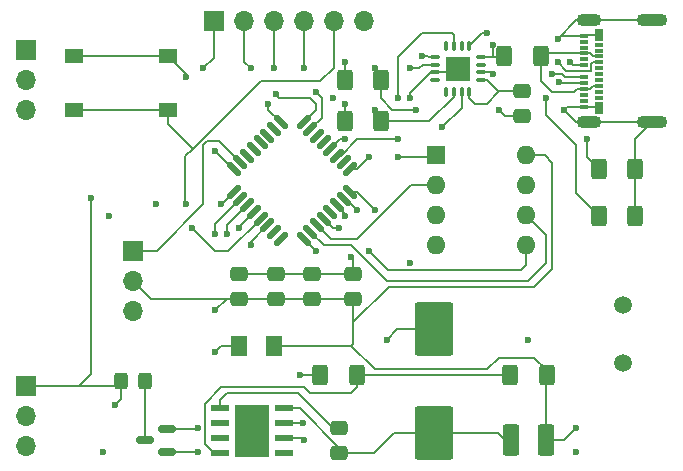
<source format=gbr>
%TF.GenerationSoftware,KiCad,Pcbnew,8.0.6*%
%TF.CreationDate,2025-05-31T11:47:02-05:00*%
%TF.ProjectId,TPS_Calibration_Board,5450535f-4361-46c6-9962-726174696f6e,rev?*%
%TF.SameCoordinates,Original*%
%TF.FileFunction,Copper,L1,Top*%
%TF.FilePolarity,Positive*%
%FSLAX46Y46*%
G04 Gerber Fmt 4.6, Leading zero omitted, Abs format (unit mm)*
G04 Created by KiCad (PCBNEW 8.0.6) date 2025-05-31 11:47:02*
%MOMM*%
%LPD*%
G01*
G04 APERTURE LIST*
G04 Aperture macros list*
%AMRoundRect*
0 Rectangle with rounded corners*
0 $1 Rounding radius*
0 $2 $3 $4 $5 $6 $7 $8 $9 X,Y pos of 4 corners*
0 Add a 4 corners polygon primitive as box body*
4,1,4,$2,$3,$4,$5,$6,$7,$8,$9,$2,$3,0*
0 Add four circle primitives for the rounded corners*
1,1,$1+$1,$2,$3*
1,1,$1+$1,$4,$5*
1,1,$1+$1,$6,$7*
1,1,$1+$1,$8,$9*
0 Add four rect primitives between the rounded corners*
20,1,$1+$1,$2,$3,$4,$5,0*
20,1,$1+$1,$4,$5,$6,$7,0*
20,1,$1+$1,$6,$7,$8,$9,0*
20,1,$1+$1,$8,$9,$2,$3,0*%
G04 Aperture macros list end*
%TA.AperFunction,ComponentPad*%
%ADD10R,1.600000X1.600000*%
%TD*%
%TA.AperFunction,ComponentPad*%
%ADD11O,1.600000X1.600000*%
%TD*%
%TA.AperFunction,ComponentPad*%
%ADD12C,1.500000*%
%TD*%
%TA.AperFunction,SMDPad,CuDef*%
%ADD13RoundRect,0.075000X-0.350000X-0.075000X0.350000X-0.075000X0.350000X0.075000X-0.350000X0.075000X0*%
%TD*%
%TA.AperFunction,SMDPad,CuDef*%
%ADD14RoundRect,0.075000X-0.075000X-0.350000X0.075000X-0.350000X0.075000X0.350000X-0.075000X0.350000X0*%
%TD*%
%TA.AperFunction,HeatsinkPad*%
%ADD15R,2.100000X2.100000*%
%TD*%
%TA.AperFunction,SMDPad,CuDef*%
%ADD16RoundRect,0.125000X-0.353553X-0.530330X0.530330X0.353553X0.353553X0.530330X-0.530330X-0.353553X0*%
%TD*%
%TA.AperFunction,SMDPad,CuDef*%
%ADD17RoundRect,0.125000X0.353553X-0.530330X0.530330X-0.353553X-0.353553X0.530330X-0.530330X0.353553X0*%
%TD*%
%TA.AperFunction,SMDPad,CuDef*%
%ADD18R,1.550000X1.300000*%
%TD*%
%TA.AperFunction,SMDPad,CuDef*%
%ADD19RoundRect,0.250000X-0.400000X-0.625000X0.400000X-0.625000X0.400000X0.625000X-0.400000X0.625000X0*%
%TD*%
%TA.AperFunction,SMDPad,CuDef*%
%ADD20RoundRect,0.250000X0.400000X0.625000X-0.400000X0.625000X-0.400000X-0.625000X0.400000X-0.625000X0*%
%TD*%
%TA.AperFunction,SMDPad,CuDef*%
%ADD21RoundRect,0.150000X0.587500X0.150000X-0.587500X0.150000X-0.587500X-0.150000X0.587500X-0.150000X0*%
%TD*%
%TA.AperFunction,ComponentPad*%
%ADD22O,2.600000X1.100000*%
%TD*%
%TA.AperFunction,ComponentPad*%
%ADD23O,2.100000X1.100000*%
%TD*%
%TA.AperFunction,SMDPad,CuDef*%
%ADD24R,0.700000X1.000000*%
%TD*%
%TA.AperFunction,SMDPad,CuDef*%
%ADD25R,0.700000X0.300000*%
%TD*%
%TA.AperFunction,SMDPad,CuDef*%
%ADD26RoundRect,0.250001X-0.462499X-1.074999X0.462499X-1.074999X0.462499X1.074999X-0.462499X1.074999X0*%
%TD*%
%TA.AperFunction,ComponentPad*%
%ADD27R,1.700000X1.700000*%
%TD*%
%TA.AperFunction,ComponentPad*%
%ADD28O,1.700000X1.700000*%
%TD*%
%TA.AperFunction,SMDPad,CuDef*%
%ADD29R,1.700000X1.700000*%
%TD*%
%TA.AperFunction,SMDPad,CuDef*%
%ADD30O,1.700000X1.700000*%
%TD*%
%TA.AperFunction,SMDPad,CuDef*%
%ADD31RoundRect,0.250000X-0.325000X-0.450000X0.325000X-0.450000X0.325000X0.450000X-0.325000X0.450000X0*%
%TD*%
%TA.AperFunction,SMDPad,CuDef*%
%ADD32RoundRect,0.250000X1.400000X2.000000X-1.400000X2.000000X-1.400000X-2.000000X1.400000X-2.000000X0*%
%TD*%
%TA.AperFunction,SMDPad,CuDef*%
%ADD33RoundRect,0.250000X-0.475000X0.337500X-0.475000X-0.337500X0.475000X-0.337500X0.475000X0.337500X0*%
%TD*%
%TA.AperFunction,SMDPad,CuDef*%
%ADD34RoundRect,0.250000X0.475000X-0.337500X0.475000X0.337500X-0.475000X0.337500X-0.475000X-0.337500X0*%
%TD*%
%TA.AperFunction,SMDPad,CuDef*%
%ADD35RoundRect,0.250001X-0.462499X-0.624999X0.462499X-0.624999X0.462499X0.624999X-0.462499X0.624999X0*%
%TD*%
%TA.AperFunction,SMDPad,CuDef*%
%ADD36R,1.550000X0.600000*%
%TD*%
%TA.AperFunction,ComponentPad*%
%ADD37C,0.600000*%
%TD*%
%TA.AperFunction,SMDPad,CuDef*%
%ADD38R,2.600000X3.100000*%
%TD*%
%TA.AperFunction,SMDPad,CuDef*%
%ADD39R,2.950000X4.500000*%
%TD*%
%TA.AperFunction,ViaPad*%
%ADD40C,0.600000*%
%TD*%
%TA.AperFunction,Conductor*%
%ADD41C,0.200000*%
%TD*%
G04 APERTURE END LIST*
D10*
%TO.P,U1,1,~{CS}*%
%TO.N,EEPROM_CS*%
X176200000Y-96130000D03*
D11*
%TO.P,U1,2,MISO*%
%TO.N,EEPROM_MISO*%
X176200000Y-98670000D03*
%TO.P,U1,3,~{WP}*%
%TO.N,Net-(U1-~{WP})*%
X176200000Y-101210000D03*
%TO.P,U1,4,GND*%
%TO.N,GND*%
X176200000Y-103750000D03*
%TO.P,U1,5,MOSI*%
%TO.N,EEPROM_MOSI*%
X183820000Y-103750000D03*
%TO.P,U1,6,SCK*%
%TO.N,EEPROM_SCK*%
X183820000Y-101210000D03*
%TO.P,U1,7,~{HOLD}*%
%TO.N,Net-(U1-~{HOLD})*%
X183820000Y-98670000D03*
%TO.P,U1,8,VCC*%
%TO.N,+3.3V*%
X183820000Y-96130000D03*
%TD*%
D12*
%TO.P,Y1,1*%
%TO.N,Net-(U2-PF1)*%
X192000000Y-108800000D03*
%TO.P,Y1,2*%
%TO.N,Net-(U2-PF0)*%
X192000000Y-113680000D03*
%TD*%
D13*
%TO.P,U3,1,VCCIO*%
%TO.N,Net-(U3-VCC)*%
X176075000Y-87800000D03*
%TO.P,U3,2,RXD*%
%TO.N,UART_RX*%
X176075000Y-88450000D03*
%TO.P,U3,3,GND*%
%TO.N,GND*%
X176075000Y-89100000D03*
%TO.P,U3,4,~{CTS}*%
%TO.N,unconnected-(U3-~{CTS}-Pad4)*%
X176075000Y-89750000D03*
D14*
%TO.P,U3,5,CBUS2*%
%TO.N,unconnected-(U3-CBUS2-Pad5)*%
X177050000Y-90725000D03*
%TO.P,U3,6,USBDP*%
%TO.N,Net-(U3-USBDP)*%
X177700000Y-90725000D03*
%TO.P,U3,7,USBDM*%
%TO.N,Net-(U3-USBDM)*%
X178350000Y-90725000D03*
%TO.P,U3,8,3V3OUT*%
%TO.N,Net-(U3-3V3OUT)*%
X179000000Y-90725000D03*
D13*
%TO.P,U3,9,~{RESET}*%
X179975000Y-89750000D03*
%TO.P,U3,10,VCC*%
%TO.N,Net-(U3-VCC)*%
X179975000Y-89100000D03*
%TO.P,U3,11,CBUS1*%
%TO.N,unconnected-(U3-CBUS1-Pad11)*%
X179975000Y-88450000D03*
%TO.P,U3,12,CBUS0*%
%TO.N,USB_SENSE*%
X179975000Y-87800000D03*
D14*
%TO.P,U3,13,GND*%
%TO.N,GND*%
X179000000Y-86825000D03*
%TO.P,U3,14,CBUS3*%
%TO.N,unconnected-(U3-CBUS3-Pad14)*%
X178350000Y-86825000D03*
%TO.P,U3,15,TXD*%
%TO.N,UART_TX*%
X177700000Y-86825000D03*
%TO.P,U3,16,~{RTS}*%
%TO.N,unconnected-(U3-~{RTS}-Pad16)*%
X177050000Y-86825000D03*
D15*
%TO.P,U3,17,GND*%
%TO.N,GND*%
X178025000Y-88775000D03*
%TD*%
D16*
%TO.P,U2,1,VDD*%
%TO.N,Net-(U2-VDDA)*%
X159067930Y-99222272D03*
%TO.P,U2,2,PF0*%
%TO.N,Net-(U2-PF0)*%
X159633616Y-99787957D03*
%TO.P,U2,3,PF1*%
%TO.N,Net-(U2-PF1)*%
X160199301Y-100353643D03*
%TO.P,U2,4,PG10*%
%TO.N,NRST*%
X160764986Y-100919328D03*
%TO.P,U2,5,PA0*%
%TO.N,SIG_IN*%
X161330672Y-101485014D03*
%TO.P,U2,6,PA1*%
%TO.N,GND*%
X161896357Y-102050699D03*
%TO.P,U2,7,PA2*%
%TO.N,unconnected-(U2-PA2-Pad7)*%
X162462043Y-102616384D03*
%TO.P,U2,8,PA3*%
%TO.N,unconnected-(U2-PA3-Pad8)*%
X163027728Y-103182070D03*
D17*
%TO.P,U2,9,PA4*%
%TO.N,SIG_OUT*%
X164972272Y-103182070D03*
%TO.P,U2,10,PA5*%
%TO.N,EEPROM_SCK*%
X165537957Y-102616384D03*
%TO.P,U2,11,PA6*%
%TO.N,EEPROM_MISO*%
X166103643Y-102050699D03*
%TO.P,U2,12,PA7*%
%TO.N,EEPROM_MOSI*%
X166669328Y-101485014D03*
%TO.P,U2,13,PB0*%
%TO.N,unconnected-(U2-PB0-Pad13)*%
X167235014Y-100919328D03*
%TO.P,U2,14,VSSA*%
%TO.N,GND*%
X167800699Y-100353643D03*
%TO.P,U2,15,VDDA*%
%TO.N,Net-(U2-VDDA)*%
X168366384Y-99787957D03*
%TO.P,U2,16,VSS*%
%TO.N,GND*%
X168932070Y-99222272D03*
D16*
%TO.P,U2,17,VDD*%
%TO.N,Net-(U2-VDDA)*%
X168932070Y-97277728D03*
%TO.P,U2,18,PA8*%
%TO.N,unconnected-(U2-PA8-Pad18)*%
X168366384Y-96712043D03*
%TO.P,U2,19,PA9*%
%TO.N,UART_TX*%
X167800699Y-96146357D03*
%TO.P,U2,20,PA10*%
%TO.N,UART_RX*%
X167235014Y-95580672D03*
%TO.P,U2,21,PA11*%
%TO.N,unconnected-(U2-PA11-Pad21)*%
X166669328Y-95014986D03*
%TO.P,U2,22,PA12*%
%TO.N,unconnected-(U2-PA12-Pad22)*%
X166103643Y-94449301D03*
%TO.P,U2,23,PA13*%
%TO.N,/SWDIO*%
X165537957Y-93883616D03*
%TO.P,U2,24,PA14*%
%TO.N,/SWCLK*%
X164972272Y-93317930D03*
D17*
%TO.P,U2,25,PA15*%
%TO.N,EEPROM_CS*%
X163027728Y-93317930D03*
%TO.P,U2,26,PB3*%
%TO.N,unconnected-(U2-PB3-Pad26)*%
X162462043Y-93883616D03*
%TO.P,U2,27,PB4*%
%TO.N,unconnected-(U2-PB4-Pad27)*%
X161896357Y-94449301D03*
%TO.P,U2,28,PB5*%
%TO.N,unconnected-(U2-PB5-Pad28)*%
X161330672Y-95014986D03*
%TO.P,U2,29,PB6*%
%TO.N,unconnected-(U2-PB6-Pad29)*%
X160764986Y-95580672D03*
%TO.P,U2,30,PB7*%
%TO.N,unconnected-(U2-PB7-Pad30)*%
X160199301Y-96146357D03*
%TO.P,U2,31,PB8*%
%TO.N,/BOOT0*%
X159633616Y-96712043D03*
%TO.P,U2,32,VSS*%
%TO.N,GND*%
X159067930Y-97277728D03*
%TD*%
D18*
%TO.P,SW1,1,1*%
%TO.N,NRST*%
X153475000Y-92250000D03*
X145525000Y-92250000D03*
%TO.P,SW1,2,2*%
%TO.N,GND*%
X153475000Y-87750000D03*
X145525000Y-87750000D03*
%TD*%
D19*
%TO.P,R11,2*%
%TO.N,/Feedback*%
X169500000Y-114750000D03*
%TO.P,R11,1*%
%TO.N,Net-(R11-Pad1)*%
X166400000Y-114750000D03*
%TD*%
%TO.P,R10,1*%
%TO.N,Net-(P1-VCONN)*%
X189950000Y-101250000D03*
%TO.P,R10,2*%
%TO.N,GND*%
X193050000Y-101250000D03*
%TD*%
D20*
%TO.P,R9,1*%
%TO.N,+3.3V*%
X185550000Y-114750000D03*
%TO.P,R9,2*%
%TO.N,/Feedback*%
X182450000Y-114750000D03*
%TD*%
D19*
%TO.P,R8,1*%
%TO.N,Net-(P1-CC)*%
X189950000Y-97250000D03*
%TO.P,R8,2*%
%TO.N,GND*%
X193050000Y-97250000D03*
%TD*%
%TO.P,R7,1*%
%TO.N,USB_SENSE*%
X181950000Y-87750000D03*
%TO.P,R7,2*%
%TO.N,Net-(P1-VBUS-PadA4)*%
X185050000Y-87750000D03*
%TD*%
D20*
%TO.P,R5,1*%
%TO.N,Net-(U3-USBDP)*%
X171550000Y-93250000D03*
%TO.P,R5,2*%
%TO.N,Net-(P1-D+)*%
X168450000Y-93250000D03*
%TD*%
%TO.P,R4,1*%
%TO.N,Net-(U3-USBDM)*%
X171550000Y-89750000D03*
%TO.P,R4,2*%
%TO.N,Net-(P1-D-)*%
X168450000Y-89750000D03*
%TD*%
D21*
%TO.P,Q1,1,G*%
%TO.N,GND*%
X153437500Y-121200000D03*
%TO.P,Q1,2,S*%
%TO.N,Net-(Q1-S)*%
X153437500Y-119300000D03*
%TO.P,Q1,3,D*%
%TO.N,Net-(Q1-D)*%
X151562500Y-120250000D03*
%TD*%
D22*
%TO.P,P1,S1,SHIELD*%
%TO.N,GND*%
X194470000Y-84680000D03*
D23*
X189110000Y-84680000D03*
D22*
X194470000Y-93320000D03*
D23*
X189110000Y-93320000D03*
D24*
%TO.P,P1,B12,GND*%
X190000000Y-92100000D03*
D25*
%TO.P,P1,B11*%
%TO.N,N/C*%
X190000000Y-91250000D03*
%TO.P,P1,B10*%
X190000000Y-90750000D03*
%TO.P,P1,B9,VBUS*%
%TO.N,Net-(P1-VBUS-PadA4)*%
X190000000Y-90250000D03*
%TO.P,P1,B8*%
%TO.N,N/C*%
X190000000Y-89750000D03*
%TO.P,P1,B7*%
X190000000Y-89250000D03*
%TO.P,P1,B6*%
X190000000Y-88750000D03*
%TO.P,P1,B5,VCONN*%
%TO.N,Net-(P1-VCONN)*%
X190000000Y-88250000D03*
%TO.P,P1,B4,VBUS*%
%TO.N,Net-(P1-VBUS-PadA4)*%
X190000000Y-87750000D03*
%TO.P,P1,B3*%
%TO.N,N/C*%
X190000000Y-87250000D03*
%TO.P,P1,B2*%
X190000000Y-86750000D03*
D24*
%TO.P,P1,B1,GND*%
%TO.N,GND*%
X190000000Y-85900000D03*
D25*
%TO.P,P1,A12,GND*%
X188700000Y-86000000D03*
%TO.P,P1,A11*%
%TO.N,N/C*%
X188700000Y-86500000D03*
%TO.P,P1,A10*%
X188700000Y-87000000D03*
%TO.P,P1,A9,VBUS*%
%TO.N,Net-(P1-VBUS-PadA4)*%
X188700000Y-87500000D03*
%TO.P,P1,A8*%
%TO.N,N/C*%
X188700000Y-88000000D03*
%TO.P,P1,A7,D-*%
%TO.N,Net-(P1-D-)*%
X188700000Y-88500000D03*
%TO.P,P1,A6,D+*%
%TO.N,Net-(P1-D+)*%
X188700000Y-89500000D03*
%TO.P,P1,A5,CC*%
%TO.N,Net-(P1-CC)*%
X188700000Y-90000000D03*
%TO.P,P1,A4,VBUS*%
%TO.N,Net-(P1-VBUS-PadA4)*%
X188700000Y-90500000D03*
%TO.P,P1,A3*%
%TO.N,N/C*%
X188700000Y-91000000D03*
%TO.P,P1,A2*%
X188700000Y-91500000D03*
%TO.P,P1,A1,GND*%
%TO.N,GND*%
X188700000Y-92000000D03*
%TD*%
D26*
%TO.P,L1,2*%
%TO.N,+3.3V*%
X185475000Y-120250000D03*
%TO.P,L1,1*%
%TO.N,Net-(D1-K)*%
X182500000Y-120250000D03*
%TD*%
D27*
%TO.P,JP1,1,A*%
%TO.N,/BOOT0*%
X150500000Y-104210000D03*
D28*
%TO.P,JP1,2,B*%
%TO.N,+3.3V*%
X150500000Y-106750000D03*
%TO.P,JP1,3*%
%TO.N,N/C*%
X150500000Y-109290000D03*
%TD*%
D29*
%TO.P,J3,1,Pin_1*%
%TO.N,+3.3V*%
X157400000Y-84750000D03*
D30*
%TO.P,J3,2,Pin_2*%
%TO.N,/SWCLK*%
X159940000Y-84750000D03*
%TO.P,J3,3,Pin_3*%
%TO.N,GND*%
X162480000Y-84750000D03*
%TO.P,J3,4,Pin_4*%
%TO.N,/SWDIO*%
X165020000Y-84750000D03*
%TO.P,J3,5,Pin_5*%
%TO.N,NRST*%
X167560000Y-84750000D03*
%TO.P,J3,6,Pin_6*%
%TO.N,unconnected-(J3-Pin_6-Pad6)*%
X170100000Y-84750000D03*
%TD*%
D27*
%TO.P,J2,1,Pin_1*%
%TO.N,+5V*%
X141500000Y-87225000D03*
D28*
%TO.P,J2,2,Pin_2*%
%TO.N,SIG_IN*%
X141500000Y-89765000D03*
%TO.P,J2,3,Pin_3*%
%TO.N,GND*%
X141500000Y-92305000D03*
%TD*%
D27*
%TO.P,J1,1,Pin_1*%
%TO.N,+5V*%
X141500000Y-115670000D03*
D28*
%TO.P,J1,2,Pin_2*%
%TO.N,SIG_OUT*%
X141500000Y-118210000D03*
%TO.P,J1,3,Pin_3*%
%TO.N,GND*%
X141500000Y-120750000D03*
%TD*%
D31*
%TO.P,F1,1*%
%TO.N,+5V*%
X149475000Y-115250000D03*
%TO.P,F1,2*%
%TO.N,Net-(Q1-D)*%
X151525000Y-115250000D03*
%TD*%
D32*
%TO.P,D1,1,K*%
%TO.N,Net-(D1-K)*%
X176000000Y-119650000D03*
%TO.P,D1,2,A*%
%TO.N,GND*%
X176000000Y-110850000D03*
%TD*%
D33*
%TO.P,C13,2*%
%TO.N,Net-(D1-K)*%
X168000000Y-121287500D03*
%TO.P,C13,1*%
%TO.N,Net-(U4-BOOT)*%
X168000000Y-119212500D03*
%TD*%
%TO.P,C12,2*%
%TO.N,GND*%
X183500000Y-92787500D03*
%TO.P,C12,1*%
%TO.N,Net-(U3-3V3OUT)*%
X183500000Y-90712500D03*
%TD*%
D34*
%TO.P,C7,2*%
%TO.N,Net-(U2-VDDA)*%
X169180000Y-106212500D03*
%TO.P,C7,1*%
%TO.N,+3.3V*%
X169180000Y-108287500D03*
%TD*%
%TO.P,C6,1*%
%TO.N,+3.3V*%
X165680000Y-108287500D03*
%TO.P,C6,2*%
%TO.N,Net-(U2-VDDA)*%
X165680000Y-106212500D03*
%TD*%
%TO.P,C5,1*%
%TO.N,+3.3V*%
X162670000Y-108287500D03*
%TO.P,C5,2*%
%TO.N,Net-(U2-VDDA)*%
X162670000Y-106212500D03*
%TD*%
%TO.P,C4,1*%
%TO.N,+3.3V*%
X159500000Y-108287500D03*
%TO.P,C4,2*%
%TO.N,Net-(U2-VDDA)*%
X159500000Y-106212500D03*
%TD*%
D35*
%TO.P,D2,1,K*%
%TO.N,GND*%
X159512500Y-112250000D03*
%TO.P,D2,2,A*%
%TO.N,+3.3V*%
X162487500Y-112250000D03*
%TD*%
D36*
%TO.P,U4,1,BOOT*%
%TO.N,Net-(U4-BOOT)*%
X157900000Y-117545000D03*
%TO.P,U4,2,NC*%
%TO.N,unconnected-(U4-NC-Pad2)*%
X157900000Y-118815000D03*
%TO.P,U4,3,NC*%
%TO.N,unconnected-(U4-NC-Pad3)*%
X157900000Y-120085000D03*
%TO.P,U4,4,VSENSE*%
%TO.N,/Feedback*%
X157900000Y-121355000D03*
%TO.P,U4,5,EN*%
%TO.N,unconnected-(U4-EN-Pad5)*%
X163300000Y-121355000D03*
%TO.P,U4,6,GND*%
%TO.N,GND*%
X163300000Y-120085000D03*
%TO.P,U4,7,VIN*%
%TO.N,Net-(Q1-S)*%
X163300000Y-118815000D03*
%TO.P,U4,8,PH*%
%TO.N,Net-(D1-K)*%
X163300000Y-117545000D03*
D37*
%TO.P,U4,9,GNDPAD*%
%TO.N,GND*%
X160000000Y-117650000D03*
X160000000Y-118850000D03*
X160000000Y-120150000D03*
X160000000Y-121250000D03*
D38*
X160600000Y-119450000D03*
D39*
X160600000Y-119450000D03*
D37*
X161200000Y-117650000D03*
X161200000Y-118850000D03*
X161200000Y-120150000D03*
X161200000Y-121250000D03*
%TD*%
D40*
%TO.N,GND*%
X155000000Y-89500000D03*
X167500000Y-91250000D03*
%TO.N,Net-(U3-USBDM)*%
X171000000Y-88750000D03*
%TO.N,Net-(U3-USBDP)*%
X171000000Y-92250000D03*
%TO.N,UART_RX*%
X174000000Y-88750000D03*
%TO.N,UART_TX*%
X172977473Y-91251214D03*
X172978462Y-94782438D03*
%TO.N,UART_RX*%
X168500000Y-94750000D03*
%TO.N,GND*%
X174000000Y-91250000D03*
%TO.N,Net-(U3-USBDM)*%
X176709038Y-93760713D03*
X174500000Y-92250000D03*
%TO.N,Net-(P1-D+)*%
X168500000Y-91750000D03*
%TO.N,Net-(P1-D-)*%
X168500000Y-88250000D03*
%TO.N,GND*%
X148500000Y-101250000D03*
%TO.N,NRST*%
X152500000Y-100250000D03*
%TO.N,Net-(P1-D-)*%
X187500000Y-88250000D03*
%TO.N,Net-(P1-D+)*%
X186000000Y-89250000D03*
%TO.N,Net-(P1-VCONN)*%
X186500000Y-88250000D03*
X185500000Y-91250000D03*
%TO.N,Net-(P1-CC)*%
X189000000Y-94750000D03*
X186635709Y-89900000D03*
%TO.N,GND*%
X187000000Y-92250000D03*
X186500000Y-86250000D03*
%TO.N,USB_SENSE*%
X181000000Y-86750000D03*
%TO.N,GND*%
X181500000Y-92250000D03*
%TO.N,Net-(U3-VCC)*%
X175000000Y-87750000D03*
X181000000Y-89250000D03*
%TO.N,GND*%
X180500000Y-85750000D03*
%TO.N,EEPROM_CS*%
X173000000Y-96250000D03*
X162000000Y-91750000D03*
%TO.N,EEPROM_MOSI*%
X168000000Y-102250000D03*
X170500000Y-104250000D03*
%TO.N,GND*%
X174000000Y-105250000D03*
%TO.N,+5V*%
X147000000Y-99750000D03*
%TO.N,/SWDIO*%
X165000000Y-88750000D03*
X166000000Y-90750000D03*
%TO.N,/SWCLK*%
X162603179Y-90947313D03*
X160500000Y-88750000D03*
%TO.N,+3.3V*%
X157500000Y-109250000D03*
X156500000Y-88750000D03*
%TO.N,GND*%
X162500000Y-88750000D03*
%TO.N,SIG_OUT*%
X166000000Y-104250000D03*
%TO.N,SIG_IN*%
X155500000Y-102250000D03*
%TO.N,NRST*%
X159500000Y-102250000D03*
X155000000Y-100250000D03*
%TO.N,GND*%
X157500000Y-95750000D03*
%TO.N,Net-(U2-PF0)*%
X157500000Y-102750000D03*
%TO.N,Net-(U2-PF1)*%
X158500000Y-102750000D03*
%TO.N,GND*%
X184000000Y-111750000D03*
X160500000Y-103750000D03*
X171000000Y-100750000D03*
X168500000Y-101250000D03*
%TO.N,Net-(U2-VDDA)*%
X170500000Y-96250000D03*
X158000000Y-100250000D03*
X169500000Y-100750000D03*
X169000000Y-104750000D03*
%TO.N,+3.3V*%
X188000000Y-119250000D03*
%TO.N,GND*%
X188000000Y-121250000D03*
X156000000Y-121250000D03*
X157500000Y-112750000D03*
X172000000Y-111750000D03*
X165000000Y-120250000D03*
%TO.N,Net-(R11-Pad1)*%
X164693487Y-114764784D03*
%TO.N,Net-(Q1-S)*%
X156000000Y-119250000D03*
X164935000Y-118815000D03*
%TO.N,GND*%
X148000000Y-121250000D03*
%TO.N,+5V*%
X149000000Y-117250000D03*
%TD*%
D41*
%TO.N,NRST*%
X167560000Y-84750000D02*
X167560000Y-88690000D01*
X167560000Y-88690000D02*
X166405507Y-89844493D01*
X166405507Y-89844493D02*
X161339821Y-89844493D01*
X161339821Y-89844493D02*
X155592157Y-95592157D01*
%TO.N,/SWDIO*%
X165000000Y-88750000D02*
X165020000Y-88730000D01*
X165020000Y-88730000D02*
X165020000Y-84750000D01*
%TO.N,GND*%
X162480000Y-84750000D02*
X162500000Y-84770000D01*
X162500000Y-84770000D02*
X162500000Y-88750000D01*
%TO.N,/SWCLK*%
X159940000Y-84750000D02*
X159940000Y-88190000D01*
X159940000Y-88190000D02*
X160500000Y-88750000D01*
%TO.N,+3.3V*%
X157400000Y-84750000D02*
X157400000Y-87850000D01*
X157400000Y-87850000D02*
X156500000Y-88750000D01*
%TO.N,NRST*%
X153475000Y-92250000D02*
X145525000Y-92250000D01*
X153475000Y-93475000D02*
X155592157Y-95592157D01*
X155592157Y-95592157D02*
X154975000Y-96209314D01*
X153475000Y-92250000D02*
X153475000Y-93475000D01*
%TO.N,GND*%
X155000000Y-89275000D02*
X155000000Y-89500000D01*
X153475000Y-87750000D02*
X155000000Y-89275000D01*
X145525000Y-87750000D02*
X153475000Y-87750000D01*
%TO.N,+5V*%
X146000000Y-115670000D02*
X141500000Y-115670000D01*
%TO.N,Net-(U3-USBDM)*%
X171550000Y-89300000D02*
X171000000Y-88750000D01*
X171550000Y-89750000D02*
X171550000Y-89300000D01*
%TO.N,Net-(U3-USBDP)*%
X171550000Y-92800000D02*
X171000000Y-92250000D01*
X171550000Y-93250000D02*
X171550000Y-92800000D01*
%TO.N,UART_RX*%
X174000000Y-88750000D02*
X174782843Y-88750000D01*
X174782843Y-88750000D02*
X175082843Y-88450000D01*
%TO.N,UART_TX*%
X177700000Y-86825000D02*
X177700000Y-85950000D01*
X177700000Y-85950000D02*
X177500000Y-85750000D01*
X177500000Y-85750000D02*
X175000000Y-85750000D01*
X175000000Y-85750000D02*
X172977473Y-87772527D01*
X172977473Y-87772527D02*
X172977473Y-91251214D01*
%TO.N,Net-(U3-USBDM)*%
X171550000Y-89750000D02*
X171550000Y-91300000D01*
X171550000Y-91300000D02*
X172500000Y-92250000D01*
X172500000Y-92250000D02*
X174500000Y-92250000D01*
%TO.N,UART_TX*%
X169500000Y-94750000D02*
X173000000Y-94750000D01*
X168103643Y-96146357D02*
X169500000Y-94750000D01*
X167800699Y-96146357D02*
X168103643Y-96146357D01*
%TO.N,UART_RX*%
X168065686Y-94750000D02*
X168500000Y-94750000D01*
X167235014Y-95580672D02*
X168065686Y-94750000D01*
%TO.N,GND*%
X176075000Y-89100000D02*
X175767590Y-89100000D01*
X175767590Y-89100000D02*
X174000000Y-90867590D01*
X174000000Y-90867590D02*
X174000000Y-91250000D01*
X176075000Y-89100000D02*
X177700000Y-89100000D01*
X177700000Y-89100000D02*
X178025000Y-88775000D01*
%TO.N,Net-(U3-USBDM)*%
X176709038Y-93760713D02*
X178350000Y-92119751D01*
X178350000Y-92119751D02*
X178350000Y-90725000D01*
%TO.N,Net-(U3-USBDP)*%
X171550000Y-93250000D02*
X175599999Y-93250000D01*
X175599999Y-93250000D02*
X177700000Y-91149999D01*
X177700000Y-91149999D02*
X177700000Y-90725000D01*
%TO.N,Net-(P1-D+)*%
X168500000Y-91750000D02*
X168500000Y-93200000D01*
X168500000Y-93200000D02*
X168450000Y-93250000D01*
%TO.N,Net-(P1-D-)*%
X168500000Y-88250000D02*
X168500000Y-89700000D01*
X168500000Y-89700000D02*
X168450000Y-89750000D01*
%TO.N,UART_RX*%
X176075000Y-88450000D02*
X175082843Y-88450000D01*
%TO.N,Net-(P1-D-)*%
X187750000Y-88500000D02*
X187500000Y-88250000D01*
X188700000Y-88500000D02*
X187750000Y-88500000D01*
%TO.N,Net-(P1-D+)*%
X186500000Y-89250000D02*
X186000000Y-89250000D01*
%TO.N,Net-(P1-VBUS-PadA4)*%
X187850000Y-90750000D02*
X186500000Y-90750000D01*
X185050000Y-89800000D02*
X186000000Y-90750000D01*
X186000000Y-90750000D02*
X186500000Y-90750000D01*
X188700000Y-90500000D02*
X188100000Y-90500000D01*
X185050000Y-89800000D02*
X185050000Y-87750000D01*
X188100000Y-90500000D02*
X187850000Y-90750000D01*
%TO.N,Net-(P1-VCONN)*%
X185500000Y-91250000D02*
X185500000Y-92750000D01*
X185500000Y-92750000D02*
X188000000Y-95250000D01*
X188000000Y-95250000D02*
X188000000Y-99300000D01*
X188000000Y-99300000D02*
X189950000Y-101250000D01*
%TO.N,Net-(P1-D+)*%
X188700000Y-89500000D02*
X187084238Y-89500000D01*
X187084238Y-89500000D02*
X186834238Y-89250000D01*
X186834238Y-89250000D02*
X186500000Y-89250000D01*
%TO.N,Net-(P1-CC)*%
X186635709Y-89900000D02*
X186735709Y-90000000D01*
X186735709Y-90000000D02*
X188700000Y-90000000D01*
%TO.N,Net-(P1-VCONN)*%
X186500000Y-88250000D02*
X187200000Y-88950000D01*
X189350000Y-88400000D02*
X189500000Y-88250000D01*
X189500000Y-88250000D02*
X190000000Y-88250000D01*
X187200000Y-88950000D02*
X189350000Y-88950000D01*
X189350000Y-88950000D02*
X189350000Y-88400000D01*
%TO.N,GND*%
X193050000Y-101250000D02*
X193050000Y-97250000D01*
X193050000Y-97250000D02*
X193050000Y-94740000D01*
X193050000Y-94740000D02*
X194470000Y-93320000D01*
%TO.N,Net-(P1-CC)*%
X189000000Y-94750000D02*
X189000000Y-96300000D01*
X189000000Y-96300000D02*
X189950000Y-97250000D01*
%TO.N,GND*%
X189110000Y-84680000D02*
X188070000Y-84680000D01*
X188070000Y-84680000D02*
X186500000Y-86250000D01*
X194470000Y-84680000D02*
X189110000Y-84680000D01*
X189110000Y-93320000D02*
X188070000Y-93320000D01*
X188070000Y-93320000D02*
X187000000Y-92250000D01*
X194470000Y-93320000D02*
X189110000Y-93320000D01*
X187250000Y-92000000D02*
X187000000Y-92250000D01*
X188700000Y-92000000D02*
X187250000Y-92000000D01*
X188700000Y-92000000D02*
X189900000Y-92000000D01*
X189900000Y-92000000D02*
X190000000Y-92100000D01*
X188700000Y-86000000D02*
X186750000Y-86000000D01*
X186750000Y-86000000D02*
X186500000Y-86250000D01*
X190000000Y-85900000D02*
X188800000Y-85900000D01*
X188800000Y-85900000D02*
X188700000Y-86000000D01*
%TO.N,USB_SENSE*%
X181000000Y-87800000D02*
X181000000Y-86750000D01*
X179975000Y-87800000D02*
X181000000Y-87800000D01*
X181000000Y-87800000D02*
X181900000Y-87800000D01*
%TO.N,Net-(P1-VBUS-PadA4)*%
X188700000Y-87500000D02*
X185300000Y-87500000D01*
X185300000Y-87500000D02*
X185050000Y-87750000D01*
%TO.N,USB_SENSE*%
X181900000Y-87800000D02*
X181950000Y-87750000D01*
%TO.N,Net-(P1-VBUS-PadA4)*%
X190000000Y-87750000D02*
X189450000Y-87750000D01*
X189450000Y-87750000D02*
X189200000Y-87500000D01*
X189200000Y-87500000D02*
X188700000Y-87500000D01*
X190000000Y-90250000D02*
X189500000Y-90250000D01*
X189500000Y-90250000D02*
X189250000Y-90500000D01*
X189250000Y-90500000D02*
X188700000Y-90500000D01*
%TO.N,GND*%
X182037500Y-92787500D02*
X181500000Y-92250000D01*
X183500000Y-92787500D02*
X182037500Y-92787500D01*
%TO.N,Net-(U3-3V3OUT)*%
X181462500Y-90712500D02*
X181462500Y-90787500D01*
X181462500Y-90787500D02*
X180500000Y-91750000D01*
X180500000Y-91750000D02*
X179500000Y-91750000D01*
X179500000Y-91750000D02*
X179000000Y-91250000D01*
X179000000Y-91250000D02*
X179000000Y-90725000D01*
X180500000Y-89750000D02*
X181462500Y-90712500D01*
X181462500Y-90712500D02*
X183500000Y-90712500D01*
X179975000Y-89750000D02*
X180500000Y-89750000D01*
%TO.N,GND*%
X180500000Y-85750000D02*
X180075000Y-85750000D01*
X180075000Y-85750000D02*
X179000000Y-86825000D01*
%TO.N,Net-(U3-VCC)*%
X175000000Y-87750000D02*
X175050000Y-87800000D01*
X176075000Y-87800000D02*
X175000000Y-87750000D01*
X180850000Y-89100000D02*
X181000000Y-89250000D01*
X179975000Y-89100000D02*
X180850000Y-89100000D01*
%TO.N,EEPROM_CS*%
X173000000Y-96250000D02*
X176080000Y-96250000D01*
X176080000Y-96250000D02*
X176200000Y-96130000D01*
X163027728Y-93317930D02*
X163027728Y-93277728D01*
X162000000Y-92250000D02*
X162000000Y-91750000D01*
X163027728Y-93277728D02*
X162000000Y-92250000D01*
%TO.N,EEPROM_MOSI*%
X168000000Y-102250000D02*
X167434314Y-102250000D01*
X167434314Y-102250000D02*
X166669328Y-101485014D01*
%TO.N,EEPROM_MISO*%
X166103643Y-102050699D02*
X167302944Y-103250000D01*
X167302944Y-103250000D02*
X169500000Y-103250000D01*
X169500000Y-103250000D02*
X174080000Y-98670000D01*
X174080000Y-98670000D02*
X176200000Y-98670000D01*
%TO.N,EEPROM_SCK*%
X165537957Y-102616384D02*
X166671573Y-103750000D01*
X166671573Y-103750000D02*
X169000000Y-103750000D01*
X169000000Y-103750000D02*
X172000000Y-106750000D01*
X172000000Y-106750000D02*
X184000000Y-106750000D01*
X184000000Y-106750000D02*
X185500000Y-105250000D01*
X185500000Y-105250000D02*
X185500000Y-102890000D01*
X185500000Y-102890000D02*
X183820000Y-101210000D01*
%TO.N,EEPROM_MOSI*%
X171500000Y-105250000D02*
X170500000Y-104250000D01*
X183820000Y-105430000D02*
X183500000Y-105750000D01*
X183820000Y-103750000D02*
X183820000Y-105430000D01*
X183500000Y-105750000D02*
X183400000Y-105850000D01*
X183400000Y-105850000D02*
X172100000Y-105850000D01*
X172100000Y-105850000D02*
X171500000Y-105250000D01*
%TO.N,+3.3V*%
X169180000Y-108287500D02*
X169180000Y-110250000D01*
X186000000Y-96750000D02*
X185380000Y-96130000D01*
X169180000Y-110250000D02*
X169180000Y-112070000D01*
X169180000Y-110250000D02*
X172180000Y-107250000D01*
X172180000Y-107250000D02*
X184500000Y-107250000D01*
X185380000Y-96130000D02*
X183820000Y-96130000D01*
X184500000Y-107250000D02*
X186000000Y-105750000D01*
X186000000Y-105750000D02*
X186000000Y-96750000D01*
%TO.N,+5V*%
X147000000Y-99750000D02*
X147000000Y-114670000D01*
X147000000Y-114670000D02*
X146000000Y-115670000D01*
%TO.N,/SWDIO*%
X166500000Y-91250000D02*
X166000000Y-90750000D01*
X165537957Y-93883616D02*
X166500000Y-92921573D01*
X166500000Y-92921573D02*
X166500000Y-91250000D01*
%TO.N,/SWCLK*%
X164972272Y-93317930D02*
X166000000Y-92290202D01*
X166000000Y-92290202D02*
X166000000Y-91750000D01*
X166000000Y-91750000D02*
X165500000Y-91250000D01*
X165500000Y-91250000D02*
X162905866Y-91250000D01*
X162905866Y-91250000D02*
X162603179Y-90947313D01*
%TO.N,NRST*%
X154975000Y-96209314D02*
X154975000Y-97500000D01*
%TO.N,+3.3V*%
X157500000Y-109250000D02*
X158462500Y-108287500D01*
X158462500Y-108287500D02*
X159500000Y-108287500D01*
%TO.N,SIG_OUT*%
X164972272Y-103222272D02*
X166000000Y-104250000D01*
X164972272Y-103182070D02*
X164972272Y-103222272D01*
%TO.N,SIG_IN*%
X157500000Y-104250000D02*
X155500000Y-102250000D01*
X161330672Y-101485014D02*
X158565686Y-104250000D01*
X158565686Y-104250000D02*
X157500000Y-104250000D01*
%TO.N,NRST*%
X154975000Y-97500000D02*
X154975000Y-100225000D01*
X154975000Y-100225000D02*
X155000000Y-100250000D01*
X159500000Y-102250000D02*
X159500000Y-102184314D01*
X159500000Y-102184314D02*
X160764986Y-100919328D01*
%TO.N,/BOOT0*%
X157835786Y-94914214D02*
X159633616Y-96712043D01*
X150500000Y-104210000D02*
X152540000Y-104210000D01*
X152540000Y-104210000D02*
X156500000Y-100250000D01*
X156500000Y-100250000D02*
X156500000Y-95250000D01*
X156500000Y-95250000D02*
X156835786Y-94914214D01*
X156835786Y-94914214D02*
X157835786Y-94914214D01*
%TO.N,+3.3V*%
X150500000Y-106750000D02*
X152037500Y-108287500D01*
X152037500Y-108287500D02*
X159500000Y-108287500D01*
%TO.N,GND*%
X159027728Y-97277728D02*
X157500000Y-95750000D01*
X159067930Y-97277728D02*
X159027728Y-97277728D01*
%TO.N,Net-(U2-PF0)*%
X157500000Y-101921573D02*
X157500000Y-102750000D01*
X159633616Y-99787957D02*
X157500000Y-101921573D01*
%TO.N,Net-(U2-PF1)*%
X158500000Y-102052944D02*
X158500000Y-102750000D01*
X160199301Y-100353643D02*
X158500000Y-102052944D01*
%TO.N,GND*%
X160500000Y-103447056D02*
X160500000Y-103750000D01*
X161896357Y-102050699D02*
X160500000Y-103447056D01*
X169472272Y-99222272D02*
X171000000Y-100750000D01*
X168932070Y-99222272D02*
X169472272Y-99222272D01*
X168500000Y-101052944D02*
X168500000Y-101250000D01*
X167800699Y-100353643D02*
X168500000Y-101052944D01*
%TO.N,Net-(U2-VDDA)*%
X168366384Y-99787957D02*
X168537957Y-99787957D01*
X168537957Y-99787957D02*
X169500000Y-100750000D01*
X168932070Y-97277728D02*
X169472272Y-97277728D01*
X169472272Y-97277728D02*
X170500000Y-96250000D01*
X158000000Y-100250000D02*
X158040202Y-100250000D01*
X158040202Y-100250000D02*
X159067930Y-99222272D01*
X169180000Y-104930000D02*
X169000000Y-104750000D01*
X169180000Y-106212500D02*
X169180000Y-104930000D01*
X165680000Y-106212500D02*
X169180000Y-106212500D01*
X162670000Y-106212500D02*
X165680000Y-106212500D01*
X159500000Y-106212500D02*
X162670000Y-106212500D01*
%TO.N,+3.3V*%
X159500000Y-108287500D02*
X162670000Y-108287500D01*
X162670000Y-108287500D02*
X165680000Y-108287500D01*
X165680000Y-108287500D02*
X169180000Y-108287500D01*
X169180000Y-112070000D02*
X169000000Y-112250000D01*
%TO.N,+5V*%
X146000000Y-115670000D02*
X149055000Y-115670000D01*
%TO.N,+3.3V*%
X185475000Y-120250000D02*
X187000000Y-120250000D01*
X187000000Y-120250000D02*
X188000000Y-119250000D01*
X185550000Y-114750000D02*
X185550000Y-114300000D01*
X185550000Y-114300000D02*
X184500000Y-113250000D01*
X184500000Y-113250000D02*
X181500000Y-113250000D01*
X181500000Y-113250000D02*
X180500000Y-114250000D01*
X180500000Y-114250000D02*
X171000000Y-114250000D01*
X171000000Y-114250000D02*
X169000000Y-112250000D01*
X169000000Y-112250000D02*
X162487500Y-112250000D01*
%TO.N,GND*%
X155950000Y-121200000D02*
X156000000Y-121250000D01*
X153437500Y-121200000D02*
X155950000Y-121200000D01*
X158000000Y-112250000D02*
X157500000Y-112750000D01*
X159512500Y-112250000D02*
X158000000Y-112250000D01*
X172900000Y-110850000D02*
X172000000Y-111750000D01*
X176000000Y-110850000D02*
X172900000Y-110850000D01*
%TO.N,/Feedback*%
X182450000Y-114750000D02*
X169500000Y-114750000D01*
%TO.N,+3.3V*%
X185475000Y-120250000D02*
X185475000Y-114825000D01*
X185475000Y-114825000D02*
X185550000Y-114750000D01*
%TO.N,Net-(D1-K)*%
X182500000Y-120250000D02*
X182000000Y-120250000D01*
X182000000Y-120250000D02*
X181400000Y-119650000D01*
X181400000Y-119650000D02*
X176000000Y-119650000D01*
X176000000Y-119650000D02*
X172600000Y-119650000D01*
X172600000Y-119650000D02*
X170962500Y-121287500D01*
X170962500Y-121287500D02*
X168000000Y-121287500D01*
%TO.N,/Feedback*%
X165500000Y-116250000D02*
X169000000Y-116250000D01*
X157425000Y-121355000D02*
X156600000Y-120530000D01*
X156600000Y-117150000D02*
X158000000Y-115750000D01*
X156600000Y-120530000D02*
X156600000Y-117150000D01*
X157900000Y-121355000D02*
X157425000Y-121355000D01*
X158000000Y-115750000D02*
X165000000Y-115750000D01*
X165000000Y-115750000D02*
X165500000Y-116250000D01*
X169000000Y-116250000D02*
X169500000Y-115750000D01*
X169500000Y-115750000D02*
X169500000Y-114750000D01*
%TO.N,GND*%
X164835000Y-120085000D02*
X165000000Y-120250000D01*
X163300000Y-120085000D02*
X164835000Y-120085000D01*
%TO.N,Net-(Q1-S)*%
X164935000Y-118815000D02*
X163300000Y-118815000D01*
%TO.N,Net-(D1-K)*%
X168000000Y-121287500D02*
X168000000Y-120901471D01*
X168000000Y-120901471D02*
X164643529Y-117545000D01*
X164643529Y-117545000D02*
X163300000Y-117545000D01*
%TO.N,Net-(U4-BOOT)*%
X164500000Y-116250000D02*
X158500000Y-116250000D01*
X168000000Y-119212500D02*
X167462500Y-119212500D01*
X167462500Y-119212500D02*
X164500000Y-116250000D01*
X158500000Y-116250000D02*
X157900000Y-116850000D01*
X157900000Y-116850000D02*
X157900000Y-117545000D01*
%TO.N,Net-(R11-Pad1)*%
X164693487Y-114764784D02*
X166385216Y-114764784D01*
X166385216Y-114764784D02*
X166400000Y-114750000D01*
%TO.N,Net-(Q1-S)*%
X156000000Y-119250000D02*
X155950000Y-119300000D01*
X155950000Y-119300000D02*
X153437500Y-119300000D01*
%TO.N,Net-(Q1-D)*%
X151525000Y-115250000D02*
X151525000Y-120212500D01*
X151525000Y-120212500D02*
X151562500Y-120250000D01*
%TO.N,+5V*%
X149475000Y-116775000D02*
X149000000Y-117250000D01*
X149475000Y-115250000D02*
X149475000Y-116775000D01*
X149055000Y-115670000D02*
X149475000Y-115250000D01*
%TO.N,Net-(D1-K)*%
X163495000Y-117350000D02*
X163300000Y-117545000D01*
%TD*%
M02*

</source>
